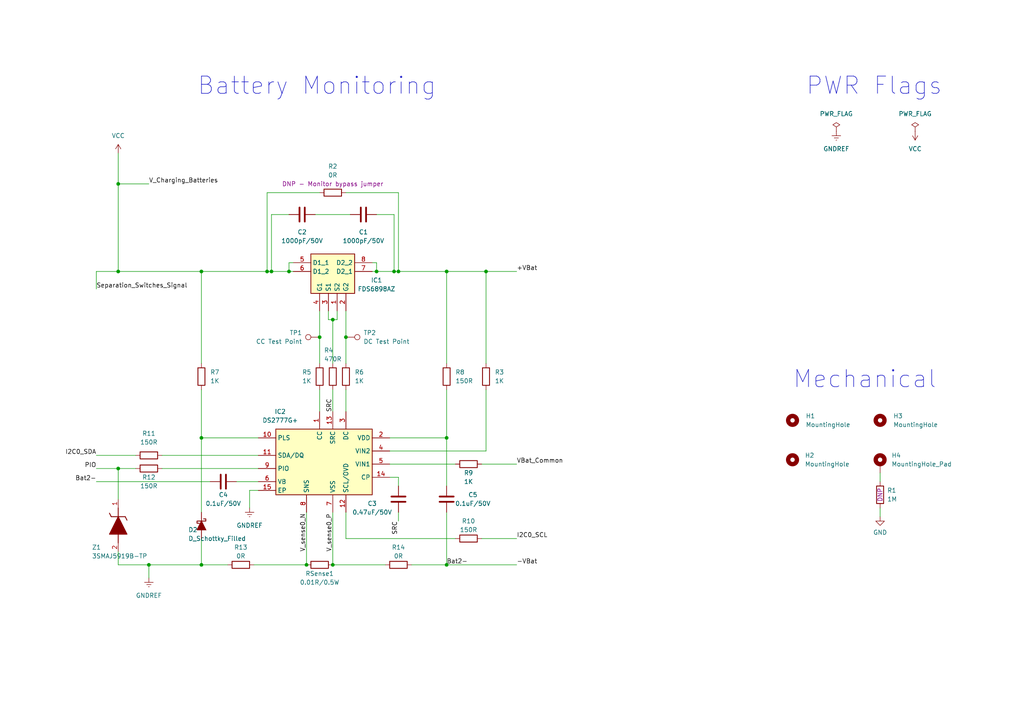
<source format=kicad_sch>
(kicad_sch (version 20230121) (generator eeschema)
  (paper "A4")
  (title_block (title "Battery Module 4c2") (date "2023-08-10") (comment 1 "Vitória Beatriz Bianchin <vitoriabbianchin@gmail.com>"))
  (lib_symbols
    (symbol "3SMAJ5919B-TP:3SMAJ5919B-TP" (pin_names hide)
      (property "Reference" "Z" (at 10.16 8.89 0))
      (property "Value" "3SMAJ5919B-TP" (at 10.16 6.35 0))
      (symbol "3SMAJ5919B-TP_1_1"
        (polyline (pts (xy 2.54 0) (xy 5.08 0)) (stroke (width 0.254)))
        (polyline (pts (xy 4.064 -2.54) (xy 5.08 -2.032)) (stroke (width 0.254)))
        (polyline (pts (xy 5.08 2.032) (xy 5.08 -2.032)) (stroke (width 0.254)))
        (polyline (pts (xy 5.08 2.032) (xy 6.096 2.54)) (stroke (width 0.254)))
        (polyline (pts (xy 12.7 0) (xy 10.16 0)) (stroke (width 0.254)))
        (polyline (pts (xy 5.08 0) (xy 10.16 2.54) (xy 10.16 -2.54) (xy 5.08 0)) (stroke (width 0.254)) (fill (type outline)))
        (pin passive line (at 0 0 0) (length 2.54) (name "K") (number "1"))
        (pin passive line (at 15.24 0 180) (length 2.54) (name "A") (number "2"))
      )
    )
    (symbol "Connector:TestPoint" (pin_numbers hide) (pin_names (offset 0.762) hide)
      (property "Reference" "TP" (at 0 6.858 0))
      (property "Value" "TestPoint" (at 0 5.08 0))
      (symbol "TestPoint_0_1"
        (circle (center 0 3.302) (radius 0.762))
      )
      (symbol "TestPoint_1_1"
        (pin passive line (at 0 0 90) (length 2.54) (name "1") (number "1"))
      )
    )
    (symbol "DS2777G+:DS2777G+"
      (property "Reference" "IC2" (at 6.35 7.62 0))
      (property "Value" "DS2777G+" (at 6.35 5.08 0))
      (symbol "DS2777G+_1_1"
        (rectangle (start 5.08 2.54) (end 33.02 -16.51) (stroke (width 0.254)) (fill (type background)))
        (pin passive line (at 17.78 7.62 270) (length 5.08) (name "CC") (number "1"))
        (pin passive line (at 0 0 0) (length 5.08) (name "PLS") (number "10"))
        (pin passive line (at 0 -5.08 0) (length 5.08) (name "SDA/DQ") (number "11"))
        (pin passive line (at 25.4 -21.59 90) (length 5.08) (name "SCL/OVD") (number "12"))
        (pin passive line (at 21.59 7.62 270) (length 5.08) (name "SRC") (number "13"))
        (pin passive line (at 38.1 -11.43 180) (length 5.08) (name "CP") (number "14"))
        (pin passive line (at 0 -15.24 0) (length 5.08) (name "EP") (number "15"))
        (pin passive line (at 38.1 0 180) (length 5.08) (name "VDD") (number "2"))
        (pin passive line (at 25.4 7.62 270) (length 5.08) (name "DC") (number "3"))
        (pin passive line (at 38.1 -3.81 180) (length 5.08) (name "VIN2") (number "4"))
        (pin passive line (at 38.1 -7.62 180) (length 5.08) (name "VIN1") (number "5"))
        (pin passive line (at 0 -12.7 0) (length 5.08) (name "VB") (number "6"))
        (pin passive line (at 21.59 -21.59 90) (length 5.08) (name "VSS") (number "7"))
        (pin passive line (at 13.97 -21.59 90) (length 5.08) (name "SNS") (number "8"))
        (pin passive line (at 0 -8.89 0) (length 5.08) (name "PIO") (number "9"))
      )
    )
    (symbol "Device:C" (pin_numbers hide) (pin_names (offset 0.254))
      (property "Reference" "C" (at 0.635 2.54 0))
      (property "Value" "C" (at 0.635 -2.54 0))
      (symbol "C_0_1"
        (polyline (pts (xy -2.032 -0.762) (xy 2.032 -0.762)) (stroke (width 0.508)))
        (polyline (pts (xy -2.032 0.762) (xy 2.032 0.762)) (stroke (width 0.508)))
      )
      (symbol "C_1_1"
        (pin passive line (at 0 3.81 270) (length 2.794) (name "~") (number "1"))
        (pin passive line (at 0 -3.81 90) (length 2.794) (name "~") (number "2"))
      )
    )
    (symbol "Device:D_Schottky_Filled" (pin_numbers hide) (pin_names (offset 1.016) hide)
      (property "Reference" "D" (at 0 2.54 0))
      (property "Value" "D_Schottky_Filled" (at 0 -2.54 0))
      (symbol "D_Schottky_Filled_0_1"
        (polyline (pts (xy 1.27 0) (xy -1.27 0)))
        (polyline (pts (xy 1.27 1.27) (xy 1.27 -1.27) (xy -1.27 0) (xy 1.27 1.27)) (stroke (width 0.254)) (fill (type outline)))
        (polyline (pts (xy -1.905 0.635) (xy -1.905 1.27) (xy -1.27 1.27) (xy -1.27 -1.27) (xy -0.635 -1.27) (xy -0.635 -0.635)) (stroke (width 0.254)))
      )
      (symbol "D_Schottky_Filled_1_1"
        (pin passive line (at -3.81 0 0) (length 2.54) (name "K") (number "1"))
        (pin passive line (at 3.81 0 180) (length 2.54) (name "A") (number "2"))
      )
    )
    (symbol "Device:R" (pin_numbers hide) (pin_names (offset 0))
      (property "Reference" "R" (at 2.032 0 90))
      (property "Value" "R" (at 0 0 90))
      (symbol "R_0_1"
        (rectangle (start -1.016 -2.54) (end 1.016 2.54) (stroke (width 0.254)))
      )
      (symbol "R_1_1"
        (pin passive line (at 0 3.81 270) (length 1.27) (name "~") (number "1"))
        (pin passive line (at 0 -3.81 90) (length 1.27) (name "~") (number "2"))
      )
    )
    (symbol "FDS6898AZ-:FDS6898AZ"
      (property "Reference" "IC1" (at 12.7 7.62 0))
      (property "Value" "FDS6898AZ" (at 12.7 5.08 0))
      (symbol "FDS6898AZ_1_1"
        (rectangle (start 6.35 -6.35) (end 19.05 -17.78) (stroke (width 0.254)) (fill (type background)))
        (pin passive line (at 13.97 -22.86 90) (length 5.08) (name "S2") (number "1"))
        (pin passive line (at 16.51 -22.86 90) (length 5.08) (name "G2") (number "2"))
        (pin passive line (at 11.43 -22.86 90) (length 5.08) (name "S1") (number "3"))
        (pin passive line (at 8.89 -22.86 90) (length 5.08) (name "G1") (number "4"))
        (pin passive line (at 1.27 -8.89 0) (length 5.08) (name "D1_1") (number "5"))
        (pin passive line (at 1.27 -11.43 0) (length 5.08) (name "D1_2") (number "6"))
        (pin passive line (at 24.13 -11.43 180) (length 5.08) (name "D2_1") (number "7"))
        (pin passive line (at 24.13 -8.89 180) (length 5.08) (name "D2_2") (number "8"))
      )
    )
    (symbol "Mechanical:MountingHole" (pin_names (offset 1.016))
      (property "Reference" "H" (at 0 5.08 0))
      (property "Value" "MountingHole" (at 0 3.175 0))
      (symbol "MountingHole_0_1"
        (circle (center 0 0) (radius 1.27) (stroke (width 1.27)))
      )
    )
    (symbol "Mechanical:MountingHole_Pad" (pin_numbers hide) (pin_names (offset 1.016) hide)
      (property "Reference" "H" (at 0 6.35 0))
      (property "Value" "MountingHole_Pad" (at 0 4.445 0))
      (symbol "MountingHole_Pad_0_1"
        (circle (center 0 1.27) (radius 1.27) (stroke (width 1.27)))
      )
      (symbol "MountingHole_Pad_1_1"
        (pin input line (at 0 -2.54 90) (length 2.54) (name "1") (number "1"))
      )
    )
    (symbol "power:GND" (power) (pin_names (offset 0))
      (property "Value" "GND" (at 0 -3.81 0))
      (symbol "GND_0_1"
        (polyline (pts (xy 0 0) (xy 0 -1.27) (xy 1.27 -1.27) (xy 0 -2.54) (xy -1.27 -1.27) (xy 0 -1.27)))
      )
      (symbol "GND_1_1"
        (pin power_in line (at 0 0 270) (length 0) hide (name "GND") (number "1"))
      )
    )
    (symbol "power:GNDREF" (power) (pin_names (offset 0))
      (property "Value" "GNDREF" (at 0 -3.81 0))
      (symbol "GNDREF_0_1"
        (polyline (pts (xy -0.635 -1.905) (xy 0.635 -1.905)))
        (polyline (pts (xy -0.127 -2.54) (xy 0.127 -2.54)))
        (polyline (pts (xy 0 -1.27) (xy 0 0)))
        (polyline (pts (xy 1.27 -1.27) (xy -1.27 -1.27)))
      )
      (symbol "GNDREF_1_1"
        (pin power_in line (at 0 0 270) (length 0) hide (name "GNDREF") (number "1"))
      )
    )
    (symbol "power:PWR_FLAG" (power) (pin_numbers hide) (pin_names (offset 0) hide)
      (property "Value" "PWR_FLAG" (at 0 3.81 0))
      (symbol "PWR_FLAG_0_0"
        (pin power_out line (at 0 0 90) (length 0) (name "pwr") (number "1"))
      )
      (symbol "PWR_FLAG_0_1"
        (polyline (pts (xy 0 0) (xy 0 1.27) (xy -1.016 1.905) (xy 0 2.54) (xy 1.016 1.905) (xy 0 1.27)))
      )
    )
    (symbol "power:VCC" (power) (pin_names (offset 0))
      (property "Value" "VCC" (at 0 3.81 0))
      (symbol "VCC_0_1"
        (polyline (pts (xy -0.762 1.27) (xy 0 2.54)))
        (polyline (pts (xy 0 0) (xy 0 2.54)))
        (polyline (pts (xy 0 2.54) (xy 0.762 1.27)))
      )
      (symbol "VCC_1_1"
        (pin power_in line (at 0 0 90) (length 0) hide (name "VCC") (number "1"))
      )
    )
  )
  (junction (at 83.82 78.74))
  (junction (at 129.54 163.83))
  (junction (at 43.18 163.83))
  (junction (at 96.52 163.83))
  (junction (at 100.33 97.79))
  (junction (at 34.29 135.89))
  (junction (at 129.54 127))
  (junction (at 58.42 78.74))
  (junction (at 78.74 78.74))
  (junction (at 114.3 78.74))
  (junction (at 58.42 163.83))
  (junction (at 34.29 53.34))
  (junction (at 77.47 78.74))
  (junction (at 58.42 127))
  (junction (at 96.52 92.71))
  (junction (at 109.22 78.74))
  (junction (at 115.57 78.74))
  (junction (at 34.29 78.74))
  (junction (at 140.97 78.74))
  (junction (at 129.54 78.74))
  (junction (at 92.71 97.79))
  (junction (at 88.9 163.83))
  (wire (pts (xy 96.52 92.71) (xy 97.79 92.71)))
  (wire (pts (xy 100.33 97.79) (xy 100.33 105.41)))
  (wire (pts (xy 34.29 53.34) (xy 34.29 78.74)))
  (wire (pts (xy 88.9 148.59) (xy 88.9 163.83)))
  (wire (pts (xy 34.29 78.74) (xy 58.42 78.74)))
  (wire (pts (xy 129.54 148.59) (xy 129.54 163.83)))
  (wire (pts (xy 115.57 148.59) (xy 115.57 151.13)))
  (wire (pts (xy 85.09 76.2) (xy 83.82 76.2)))
  (wire (pts (xy 129.54 163.83) (xy 149.86 163.83)))
  (wire (pts (xy 100.33 148.59) (xy 100.33 156.21)))
  (wire (pts (xy 255.27 137.16) (xy 255.27 139.7)))
  (wire (pts (xy 74.93 142.24) (xy 72.39 142.24)))
  (wire (pts (xy 95.25 92.71) (xy 96.52 92.71)))
  (wire (pts (xy 58.42 78.74) (xy 77.47 78.74)))
  (wire (pts (xy 255.27 147.32) (xy 255.27 149.86)))
  (wire (pts (xy 83.82 76.2) (xy 83.82 78.74)))
  (wire (pts (xy 83.82 78.74) (xy 85.09 78.74)))
  (wire (pts (xy 34.29 44.45) (xy 34.29 53.34)))
  (wire (pts (xy 27.94 78.74) (xy 27.94 83.82)))
  (wire (pts (xy 129.54 163.83) (xy 119.38 163.83)))
  (wire (pts (xy 129.54 113.03) (xy 129.54 127)))
  (wire (pts (xy 129.54 78.74) (xy 129.54 105.41)))
  (wire (pts (xy 43.18 163.83) (xy 34.29 163.83)))
  (wire (pts (xy 27.94 78.74) (xy 34.29 78.74)))
  (wire (pts (xy 74.93 127) (xy 58.42 127)))
  (wire (pts (xy 109.22 76.2) (xy 107.95 76.2)))
  (wire (pts (xy 109.22 78.74) (xy 109.22 76.2)))
  (wire (pts (xy 46.99 132.08) (xy 74.93 132.08)))
  (wire (pts (xy 95.25 90.17) (xy 95.25 92.71)))
  (wire (pts (xy 115.57 78.74) (xy 129.54 78.74)))
  (wire (pts (xy 107.95 78.74) (xy 109.22 78.74)))
  (wire (pts (xy 58.42 163.83) (xy 58.42 156.21)))
  (wire (pts (xy 100.33 55.88) (xy 115.57 55.88)))
  (wire (pts (xy 140.97 78.74) (xy 140.97 105.41)))
  (wire (pts (xy 111.76 163.83) (xy 96.52 163.83)))
  (wire (pts (xy 46.99 135.89) (xy 74.93 135.89)))
  (wire (pts (xy 140.97 113.03) (xy 140.97 130.81)))
  (wire (pts (xy 100.33 156.21) (xy 132.08 156.21)))
  (wire (pts (xy 34.29 163.83) (xy 34.29 160.02)))
  (wire (pts (xy 100.33 113.03) (xy 100.33 119.38)))
  (wire (pts (xy 96.52 148.59) (xy 96.52 163.83)))
  (wire (pts (xy 140.97 78.74) (xy 149.86 78.74)))
  (wire (pts (xy 92.71 90.17) (xy 92.71 97.79)))
  (wire (pts (xy 72.39 142.24) (xy 72.39 147.32)))
  (wire (pts (xy 68.58 139.7) (xy 74.93 139.7)))
  (wire (pts (xy 27.94 139.7) (xy 60.96 139.7)))
  (wire (pts (xy 43.18 163.83) (xy 43.18 167.64)))
  (wire (pts (xy 78.74 78.74) (xy 78.74 62.23)))
  (wire (pts (xy 139.7 134.62) (xy 149.86 134.62)))
  (wire (pts (xy 66.04 163.83) (xy 58.42 163.83)))
  (wire (pts (xy 100.33 90.17) (xy 100.33 97.79)))
  (wire (pts (xy 113.03 134.62) (xy 132.08 134.62)))
  (wire (pts (xy 114.3 62.23) (xy 109.22 62.23)))
  (wire (pts (xy 96.52 92.71) (xy 96.52 105.41)))
  (wire (pts (xy 78.74 62.23) (xy 83.82 62.23)))
  (wire (pts (xy 91.44 62.23) (xy 101.6 62.23)))
  (wire (pts (xy 88.9 163.83) (xy 73.66 163.83)))
  (wire (pts (xy 140.97 130.81) (xy 113.03 130.81)))
  (wire (pts (xy 92.71 55.88) (xy 77.47 55.88)))
  (wire (pts (xy 139.7 156.21) (xy 149.86 156.21)))
  (wire (pts (xy 109.22 78.74) (xy 114.3 78.74)))
  (wire (pts (xy 115.57 138.43) (xy 115.57 140.97)))
  (wire (pts (xy 129.54 127) (xy 129.54 140.97)))
  (wire (pts (xy 58.42 113.03) (xy 58.42 127)))
  (wire (pts (xy 43.18 163.83) (xy 58.42 163.83)))
  (wire (pts (xy 27.94 132.08) (xy 39.37 132.08)))
  (wire (pts (xy 114.3 78.74) (xy 115.57 78.74)))
  (wire (pts (xy 58.42 78.74) (xy 58.42 105.41)))
  (wire (pts (xy 129.54 78.74) (xy 140.97 78.74)))
  (wire (pts (xy 58.42 148.59) (xy 58.42 127)))
  (wire (pts (xy 114.3 78.74) (xy 114.3 62.23)))
  (wire (pts (xy 34.29 144.78) (xy 34.29 135.89)))
  (wire (pts (xy 78.74 78.74) (xy 83.82 78.74)))
  (wire (pts (xy 77.47 78.74) (xy 78.74 78.74)))
  (wire (pts (xy 77.47 55.88) (xy 77.47 78.74)))
  (wire (pts (xy 27.94 135.89) (xy 34.29 135.89)))
  (wire (pts (xy 96.52 113.03) (xy 96.52 119.38)))
  (wire (pts (xy 97.79 92.71) (xy 97.79 90.17)))
  (wire (pts (xy 115.57 55.88) (xy 115.57 78.74)))
  (wire (pts (xy 92.71 113.03) (xy 92.71 119.38)))
  (wire (pts (xy 92.71 97.79) (xy 92.71 105.41)))
  (wire (pts (xy 129.54 127) (xy 113.03 127)))
  (wire (pts (xy 113.03 138.43) (xy 115.57 138.43)))
  (wire (pts (xy 34.29 135.89) (xy 39.37 135.89)))
  (wire (pts (xy 34.29 53.34) (xy 43.18 53.34)))
  (text "PWR Flags" (at 233.68 27.94 0) (effects (font (size 5.0038 5.0038)) (justify left bottom)))
  (text "Battery Monitoring" (at 57.15 27.94 0) (effects (font (size 5.0038 5.0038)) (justify left bottom)))
  (text "Mechanical\n" (at 229.87 113.03 0) (effects (font (size 5.0038 5.0038)) (justify left bottom)))
  (label "Bat2-" (at 27.94 139.7 180))
  (label "I2C0_SCL" (at 149.86 156.21 0))
  (label "+VBat" (at 149.86 78.74 0))
  (label "-VBat" (at 149.86 163.83 0))
  (label "I2C0_SDA" (at 27.94 132.08 180))
  (label "SRC" (at 96.52 115.57 270))
  (label "V_sense0_N" (at 88.9 160.02 90))
  (label "V_sense0_P" (at 96.52 160.02 90))
  (label "VBat_Common" (at 149.86 134.62 0))
  (label "PIO" (at 27.94 135.89 180))
  (label "Separation_Switches_Signal" (at 27.94 83.82 0))
  (label "SRC" (at 115.57 151.13 270))
  (label "Bat2-" (at 129.54 163.83 0))
  (label "V_Charging_Batteries" (at 43.18 53.34 0))
  (symbol (lib_id "power:GNDREF") (at 72.39 147.32 0) (unit 1)
    (property "Reference" "#PWR02" (effects hide))
    (property "Value" "GNDREF" (at 72.39 152.4 0))
  )
  (symbol (lib_id "Device:R") (at 92.71 163.83 90) (unit 1)
    (property "Reference" "RSense1" (at 92.71 166.37 90))
    (property "Value" "0.01R/0.5W" (at 92.71 168.91 90))
  )
  (symbol (lib_id "Connector:TestPoint") (at 92.71 97.79 90) (unit 1)
    (property "Reference" "TP1" (at 87.63 96.52 90) (effects (justify left)))
    (property "Value" "CC Test Point" (at 87.63 99.06 90) (effects (justify left)))
  )
  (symbol (lib_id "Device:R") (at 96.52 55.88 90) (unit 1)
    (property "Reference" "R2" (at 96.52 48.26 90))
    (property "Value" "0R" (at 96.52 50.8 90))
    (property "Comments" "DNP - Monitor bypass jumper" (at 96.52 53.34 90))
  )
  (symbol (lib_id "power:PWR_FLAG") (at 242.57 38.1 0) (unit 1)
    (property "Reference" "#FLG02" (effects hide))
    (property "Value" "PWR_FLAG" (at 242.57 33.02 0))
  )
  (symbol (lib_id "power:VCC") (at 34.29 44.45 0) (unit 1)
    (property "Reference" "#PWR04" (effects hide))
    (property "Value" "VCC" (at 34.29 39.37 0))
  )
  (symbol (lib_id "Device:D_Schottky_Filled") (at 58.42 152.4 270) (unit 1)
    (property "Reference" "D2" (at 54.61 153.67 90) (effects (justify left)))
    (property "Value" "D_Schottky_Filled" (at 54.61 156.21 90) (effects (justify left)))
  )
  (symbol (lib_id "Device:R") (at 135.89 156.21 90) (unit 1)
    (property "Reference" "R10" (at 135.89 151.13 90))
    (property "Value" "150R" (at 135.89 153.67 90))
  )
  (symbol (lib_id "power:GNDREF") (at 242.57 38.1 0) (unit 1)
    (property "Reference" "#PWR05" (effects hide))
    (property "Value" "GNDREF" (at 242.57 43.18 0))
  )
  (symbol (lib_id "Device:R") (at 140.97 109.22 0) (unit 1)
    (property "Reference" "R3" (at 143.51 107.95 0) (effects (justify left)))
    (property "Value" "1K" (at 143.51 110.49 0) (effects (justify left)))
  )
  (symbol (lib_id "Device:C") (at 87.63 62.23 270) (unit 1)
    (property "Reference" "C2" (at 87.63 67.31 90))
    (property "Value" "1000pF/50V" (at 87.63 69.85 90))
  )
  (symbol (lib_id "power:VCC") (at 265.43 38.1 180) (unit 1)
    (property "Reference" "#PWR06" (effects hide))
    (property "Value" "VCC" (at 265.43 43.18 0))
  )
  (symbol (lib_id "Device:C") (at 129.54 144.78 180) (unit 1)
    (property "Reference" "C5" (at 137.16 143.51 0))
    (property "Value" "0.1uF/50V" (at 137.16 146.05 0))
  )
  (symbol (lib_id "Device:R") (at 96.52 109.22 0) (unit 1)
    (property "Reference" "R4" (at 93.98 101.6 0) (effects (justify left)))
    (property "Value" "470R" (at 93.98 104.14 0) (effects (justify left)))
  )
  (symbol (lib_id "Device:R") (at 69.85 163.83 90) (unit 1)
    (property "Reference" "R13" (at 69.85 158.75 90))
    (property "Value" "0R" (at 69.85 161.29 90))
  )
  (symbol (lib_id "Mechanical:MountingHole") (at 229.87 133.35 0) (unit 1) (in_bom no)
    (property "Reference" "H2" (at 233.445 132.0799 0) (effects (justify left)))
    (property "Value" "MountingHole" (at 233.445 134.6199 0) (effects (justify left)))
    (property "Footprint" "MountingHole:MountingHole_3.2mm_M3_ISO14580_Pad" (effects hide))
  )
  (symbol (lib_id "Device:R") (at 92.71 109.22 180) (unit 1)
    (property "Reference" "R5" (at 87.63 107.95 0) (effects (justify right)))
    (property "Value" "1K" (at 87.63 110.49 0) (effects (justify right)))
  )
  (symbol (lib_id "Device:R") (at 100.33 109.22 0) (unit 1)
    (property "Reference" "R6" (at 102.87 107.95 0) (effects (justify left)))
    (property "Value" "1K" (at 102.87 110.49 0) (effects (justify left)))
  )
  (symbol (lib_id "Device:C") (at 105.41 62.23 90) (unit 1)
    (property "Reference" "C1" (at 105.41 67.31 90))
    (property "Value" "1000pF/50V" (at 105.41 69.85 90))
  )
  (symbol (lib_id "Device:C") (at 115.57 144.78 180) (unit 1)
    (property "Reference" "C3" (at 107.95 146.05 0))
    (property "Value" "0.47uF/50V" (at 107.95 148.59 0))
  )
  (symbol (lib_id "Device:R") (at 58.42 109.22 0) (unit 1)
    (property "Reference" "R7" (at 60.96 107.95 0) (effects (justify left)))
    (property "Value" "1K" (at 60.96 110.49 0) (effects (justify left)))
  )
  (symbol (lib_id "Device:R") (at 255.27 143.51 0) (unit 1)
    (property "Reference" "R1" (at 257.302 142.2399 0) (effects (justify left)))
    (property "Value" "1M" (at 257.302 144.7799 0) (effects (justify left)))
    (property "Footprint" "Resistor_SMD:R_0603_1608Metric_Pad0.98x0.95mm_HandSolder" (effects hide))
    (property "Datasheet" "DNP" (at 255.27 143.51 90))
    (property "Partnumber" "MCT06030C1004FP500" (effects hide))
  )
  (symbol (lib_id "Mechanical:MountingHole_Pad") (at 255.27 134.62 0) (unit 1) (in_bom no)
    (property "Reference" "H4" (at 258.572 132.0799 0) (effects (justify left)))
    (property "Value" "MountingHole_Pad" (at 258.572 134.6199 0) (effects (justify left)))
    (property "Footprint" "MountingHole:MountingHole_3.2mm_M3_ISO14580_Pad" (effects hide))
  )
  (symbol (lib_id "Mechanical:MountingHole") (at 255.27 121.92 0) (unit 1) (in_bom no)
    (property "Reference" "H3" (at 259.08 120.65 0) (effects (justify left)))
    (property "Value" "MountingHole" (at 259.08 123.19 0) (effects (justify left)))
    (property "Footprint" "MountingHole:MountingHole_3.2mm_M3_ISO14580_Pad" (effects hide))
  )
  (symbol (lib_id "power:GND") (at 255.27 149.86 0) (unit 1)
    (property "Reference" "#PWR01" (effects hide))
    (property "Value" "GND" (at 255.27 154.432 0))
  )
  (symbol (lib_id "DS2777G+:DS2777G+") (at 74.93 127 0) (unit 1)
    (property "Reference" "IC2" (at 81.28 119.38 0))
    (property "Value" "DS2777G+" (at 81.28 121.92 0))
    (property "Datasheet" "https://datasheets.maximintegrated.com/en/ds/DS2775-DS2778.pdf" (effects hide))
    (property "Height" "0.8" (effects hide))
    (property "Mouser Part Number" "700-DS2777G" (effects hide))
    (property "Mouser Price/Stock" "https://www.mouser.co.uk/ProductDetail/Maxim-Integrated/DS2777G%2b?qs=LHmEVA8xxfYz6minjeAAkw%3D%3D" (effects hide))
    (property "Manufacturer_Name" "Analog Devices" (effects hide))
    (property "Manufacturer_Part_Number" "DS2777G+" (effects hide))
  )
  (symbol (lib_id "3SMAJ5919B-TP:3SMAJ5919B-TP") (at 34.29 144.78 270) (unit 1)
    (property "Reference" "Z1" (at 26.67 158.75 90) (effects (justify left)))
    (property "Value" "3SMAJ5919B-TP" (at 26.67 161.29 90) (effects (justify left)))
    (property "Datasheet" "https://mccsemi.com/pdf/Products/3SMAJ5918B-3SMAJ5956B(SMA).pdf" (effects hide))
    (property "Height" "2.44" (effects hide))
    (property "Mouser Part Number" "833-3SMAJ5919B-TP" (effects hide))
    (property "Mouser Price/Stock" "https://www.mouser.co.uk/ProductDetail/Micro-Commercial-Components-MCC/3SMAJ5919B-TP?qs=ZNK0BnemlqFOug%252B1FuXOvQ%3D%3D" (effects hide))
    (property "Manufacturer_Name" "MCC" (effects hide))
    (property "Manufacturer_Part_Number" "3SMAJ5919B-TP" (effects hide))
  )
  (symbol (lib_id "power:PWR_FLAG") (at 265.43 38.1 0) (unit 1)
    (property "Reference" "#FLG01" (effects hide))
    (property "Value" "PWR_FLAG" (at 265.43 33.02 0))
  )
  (symbol (lib_id "power:GNDREF") (at 43.18 167.64 0) (unit 1)
    (property "Reference" "#PWR03" (effects hide))
    (property "Value" "GNDREF" (at 43.18 172.72 0))
  )
  (symbol (lib_id "Device:R") (at 43.18 132.08 90) (unit 1)
    (property "Reference" "R11" (at 43.18 125.73 90))
    (property "Value" "150R" (at 43.18 128.27 90))
  )
  (symbol (lib_id "FDS6898AZ-:FDS6898AZ") (at 83.82 67.31 0) (unit 1)
    (property "Reference" "IC1" (at 109.22 81.28 0))
    (property "Value" "FDS6898AZ" (at 109.22 83.82 0))
    (property "Datasheet" "https://datasheet.datasheetarchive.com/originals/distributors/Datasheets_SAMA/aed9b2fe0215d221e3e246017d3462cd.pdf" (effects hide))
    (property "Height" "1.75" (effects hide))
    (property "Mouser Part Number" "512-FDS6898AZ" (effects hide))
    (property "Mouser Price/Stock" "https://www.mouser.co.uk/ProductDetail/ON-Semiconductor-Fairchild/FDS6898AZ?qs=M37yUtvuNLyt4PLCZo7LIg%3D%3D" (effects hide))
    (property "Manufacturer_Name" "onsemi" (effects hide))
    (property "Manufacturer_Part_Number" "FDS6898AZ" (effects hide))
  )
  (symbol (lib_id "Connector:TestPoint") (at 100.33 97.79 270) (unit 1)
    (property "Reference" "TP2" (at 105.41 96.52 90) (effects (justify left)))
    (property "Value" "DC Test Point" (at 105.41 99.06 90) (effects (justify left)))
  )
  (symbol (lib_id "Device:R") (at 129.54 109.22 0) (unit 1)
    (property "Reference" "R8" (at 132.08 107.95 0) (effects (justify left)))
    (property "Value" "150R" (at 132.08 110.49 0) (effects (justify left)))
  )
  (symbol (lib_id "Device:R") (at 135.89 134.62 90) (unit 1)
    (property "Reference" "R9" (at 135.89 137.16 90))
    (property "Value" "1K" (at 135.89 139.7 90))
  )
  (symbol (lib_id "Mechanical:MountingHole") (at 229.87 121.92 0) (unit 1) (in_bom no)
    (property "Reference" "H1" (at 233.68 120.65 0) (effects (justify left)))
    (property "Value" "MountingHole" (at 233.68 123.19 0) (effects (justify left)))
    (property "Footprint" "MountingHole:MountingHole_3.2mm_M3_ISO14580_Pad" (effects hide))
  )
  (symbol (lib_id "Device:R") (at 115.57 163.83 90) (unit 1)
    (property "Reference" "R14" (at 115.57 158.75 90))
    (property "Value" "0R" (at 115.57 161.29 90))
  )
  (symbol (lib_id "Device:C") (at 64.77 139.7 90) (unit 1)
    (property "Reference" "C4" (at 64.77 143.51 90))
    (property "Value" "0.1uF/50V" (at 64.77 146.05 90))
  )
  (symbol (lib_id "Device:R") (at 43.18 135.89 90) (unit 1)
    (property "Reference" "R12" (at 43.18 138.43 90))
    (property "Value" "150R" (at 43.18 140.97 90))
  )
  (sheet (at 304.8 0) (size 12.7 204.47) (stroke (width 0.1524))
    (property "Sheetname" "batteries" (at 304.8 -0.7116 0) (effects (justify left bottom)))
    (property "Sheetfile" "batteries.kicad_sch" (at 304.8 205.0546 0) (effects (justify left top)))
  )
)
</source>
